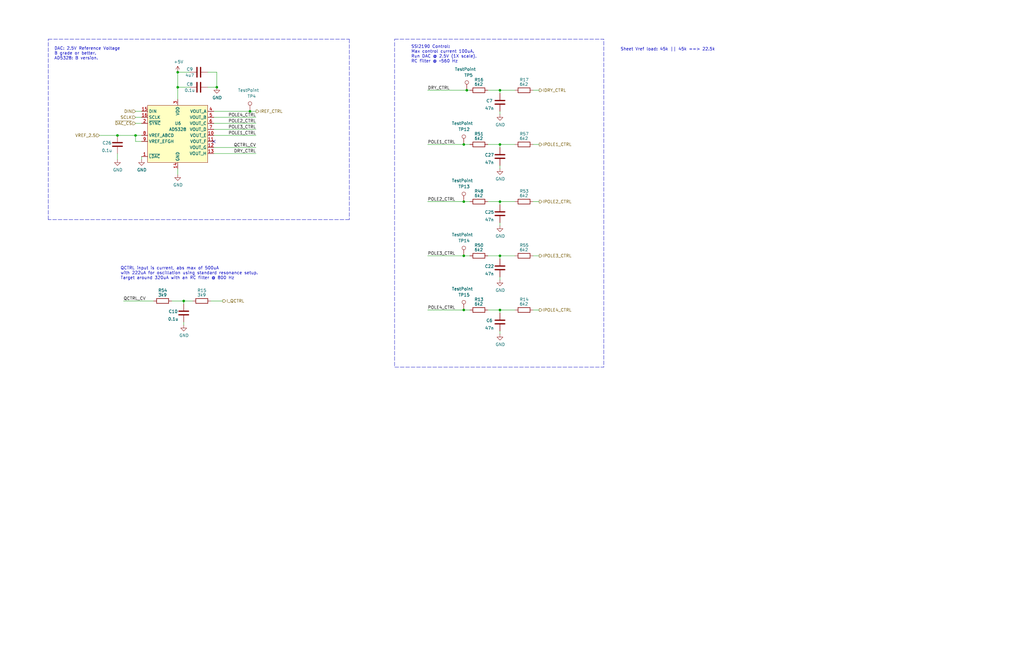
<source format=kicad_sch>
(kicad_sch (version 20230121) (generator eeschema)
  (paper "B")
  (title_block (title "Zoxnoxious Pole Dancer Mixing Filter") (date "2025-11-26") (rev "0.3") (company "Zoxnoxious Engineering"))
  (lib_symbols
    (symbol "Connector:TestPoint" (pin_numbers hide) (pin_names (offset 0.762) hide)
      (property "Reference" "TP" (at 0 6.858 0))
      (property "Value" "TestPoint" (at 0 5.08 0))
      (symbol "TestPoint_0_1"
        (circle (center 0 3.302) (radius 0.762))
      )
      (symbol "TestPoint_1_1"
        (pin passive line (at 0 0 90) (length 2.54) (name "1") (number "1"))
      )
    )
    (symbol "Device:C" (pin_numbers hide) (pin_names (offset 0.254))
      (property "Reference" "C" (at 0.635 2.54 0))
      (property "Value" "C" (at 0.635 -2.54 0))
      (symbol "C_0_1"
        (polyline (pts (xy -2.032 -0.762) (xy 2.032 -0.762)) (stroke (width 0.508)))
        (polyline (pts (xy -2.032 0.762) (xy 2.032 0.762)) (stroke (width 0.508)))
      )
      (symbol "C_1_1"
        (pin passive line (at 0 3.81 270) (length 2.794) (name "~") (number "1"))
        (pin passive line (at 0 -3.81 90) (length 2.794) (name "~") (number "2"))
      )
    )
    (symbol "Device:R" (pin_numbers hide) (pin_names (offset 0))
      (property "Reference" "R" (at 2.032 0 90))
      (property "Value" "R" (at 0 0 90))
      (symbol "R_0_1"
        (rectangle (start -1.016 -2.54) (end 1.016 2.54) (stroke (width 0.254)))
      )
      (symbol "R_1_1"
        (pin passive line (at 0 3.81 270) (length 1.27) (name "~") (number "1"))
        (pin passive line (at 0 -3.81 90) (length 1.27) (name "~") (number "2"))
      )
    )
    (symbol "poledancer_symlib:AD5328"
      (property "Reference" "U" (at 0 -2.54 0))
      (property "Value" "AD5328" (at 0 0 0))
      (symbol "AD5328_0_1"
        (rectangle (start -12.7 10.16) (end 12.7 -13.97) (stroke (width 0.1524)) (fill (type background)))
      )
      (symbol "AD5328_1_1"
        (pin input line (at -15.24 -11.43 0) (length 2.54) (name "~{LDAC}") (number "1"))
        (pin output line (at 15.24 -2.54 180) (length 2.54) (name "VOUT_E") (number "10"))
        (pin output line (at 15.24 -5.08 180) (length 2.54) (name "VOUT_F") (number "11"))
        (pin output line (at 15.24 -7.62 180) (length 2.54) (name "VOUT_G") (number "12"))
        (pin output line (at 15.24 -10.16 180) (length 2.54) (name "VOUT_H") (number "13"))
        (pin power_in line (at 0 -16.51 90) (length 2.54) (name "GND") (number "14"))
        (pin input line (at -15.24 7.62 0) (length 2.54) (name "DIN") (number "15"))
        (pin input line (at -15.24 5.08 0) (length 2.54) (name "SCLK") (number "16"))
        (pin input line (at -15.24 2.54 0) (length 2.54) (name "~{SYNC}") (number "2"))
        (pin power_in line (at 0 12.7 270) (length 2.54) (name "VDD") (number "3"))
        (pin output line (at 15.24 7.62 180) (length 2.54) (name "VOUT_A") (number "4"))
        (pin output line (at 15.24 5.08 180) (length 2.54) (name "VOUT_B") (number "5"))
        (pin output line (at 15.24 2.54 180) (length 2.54) (name "VOUT_C") (number "6"))
        (pin output line (at 15.24 0 180) (length 2.54) (name "VOUT_D") (number "7"))
        (pin input line (at -15.24 -2.54 0) (length 2.54) (name "VREF_ABCD") (number "8"))
        (pin input line (at -15.24 -5.08 0) (length 2.54) (name "VREF_EFGH") (number "9"))
      )
    )
    (symbol "power:+5V" (power) (pin_names (offset 0))
      (property "Value" "+5V" (at 0 3.556 0))
      (symbol "+5V_0_1"
        (polyline (pts (xy -0.762 1.27) (xy 0 2.54)))
        (polyline (pts (xy 0 0) (xy 0 2.54)))
        (polyline (pts (xy 0 2.54) (xy 0.762 1.27)))
      )
      (symbol "+5V_1_1"
        (pin power_in line (at 0 0 90) (length 0) hide (name "+5V") (number "1"))
      )
    )
    (symbol "power:GND" (power) (pin_names (offset 0))
      (property "Value" "GND" (at 0 -3.81 0))
      (symbol "GND_0_1"
        (polyline (pts (xy 0 0) (xy 0 -1.27) (xy 1.27 -1.27) (xy 0 -2.54) (xy -1.27 -1.27) (xy 0 -1.27)))
      )
      (symbol "GND_1_1"
        (pin power_in line (at 0 0 270) (length 0) hide (name "GND") (number "1"))
      )
    )
  )
  (junction (at 195.58 107.95))
  (junction (at 195.58 130.81))
  (junction (at 105.41 46.99))
  (junction (at 74.93 36.83))
  (junction (at 195.58 60.96))
  (junction (at 57.15 57.15))
  (junction (at 49.53 57.15))
  (junction (at 77.47 127))
  (junction (at 210.82 60.96))
  (junction (at 195.58 85.09))
  (junction (at 196.85 38.1))
  (junction (at 210.82 85.09))
  (junction (at 210.82 107.95))
  (junction (at 210.82 130.81))
  (junction (at 74.93 30.48))
  (junction (at 91.44 36.83))
  (junction (at 210.82 38.1))
  (no_connect (at 90.17 59.69))
  (wire (pts (xy 74.93 36.83) (xy 80.01 36.83)))
  (polyline (pts (xy 20.32 16.51) (xy 147.32 16.51)) (stroke (width 0) (type dash)))
  (wire (pts (xy 90.17 54.61) (xy 107.95 54.61)))
  (wire (pts (xy 196.85 38.1) (xy 198.12 38.1)))
  (wire (pts (xy 224.79 107.95) (xy 227.33 107.95)))
  (wire (pts (xy 224.79 85.09) (xy 227.33 85.09)))
  (wire (pts (xy 90.17 49.53) (xy 107.95 49.53)))
  (wire (pts (xy 59.69 66.04) (xy 59.69 67.31)))
  (wire (pts (xy 41.91 57.15) (xy 49.53 57.15)))
  (wire (pts (xy 210.82 107.95) (xy 210.82 109.22)))
  (wire (pts (xy 74.93 30.48) (xy 80.01 30.48)))
  (wire (pts (xy 180.34 130.81) (xy 195.58 130.81)))
  (wire (pts (xy 210.82 38.1) (xy 217.17 38.1)))
  (wire (pts (xy 72.39 127) (xy 77.47 127)))
  (wire (pts (xy 57.15 57.15) (xy 59.69 57.15)))
  (wire (pts (xy 210.82 60.96) (xy 217.17 60.96)))
  (wire (pts (xy 52.07 127) (xy 64.77 127)))
  (wire (pts (xy 77.47 127) (xy 81.28 127)))
  (wire (pts (xy 90.17 57.15) (xy 107.95 57.15)))
  (wire (pts (xy 205.74 107.95) (xy 210.82 107.95)))
  (wire (pts (xy 87.63 36.83) (xy 91.44 36.83)))
  (wire (pts (xy 90.17 62.23) (xy 107.95 62.23)))
  (wire (pts (xy 205.74 130.81) (xy 210.82 130.81)))
  (polyline (pts (xy 20.32 92.71) (xy 20.32 16.51)) (stroke (width 0) (type dash)))
  (wire (pts (xy 224.79 130.81) (xy 227.33 130.81)))
  (wire (pts (xy 224.79 38.1) (xy 227.33 38.1)))
  (wire (pts (xy 57.15 49.53) (xy 59.69 49.53)))
  (wire (pts (xy 210.82 46.99) (xy 210.82 48.26)))
  (wire (pts (xy 210.82 130.81) (xy 210.82 132.08)))
  (wire (pts (xy 88.9 127) (xy 93.98 127)))
  (wire (pts (xy 205.74 85.09) (xy 210.82 85.09)))
  (wire (pts (xy 90.17 46.99) (xy 105.41 46.99)))
  (wire (pts (xy 195.58 107.95) (xy 198.12 107.95)))
  (wire (pts (xy 57.15 59.69) (xy 57.15 57.15)))
  (wire (pts (xy 49.53 64.77) (xy 49.53 67.31)))
  (wire (pts (xy 91.44 30.48) (xy 87.63 30.48)))
  (wire (pts (xy 205.74 60.96) (xy 210.82 60.96)))
  (wire (pts (xy 210.82 69.85) (xy 210.82 71.12)))
  (wire (pts (xy 91.44 36.83) (xy 91.44 30.48)))
  (polyline (pts (xy 147.32 16.51) (xy 147.32 92.71)) (stroke (width 0) (type dash)))
  (wire (pts (xy 57.15 46.99) (xy 59.69 46.99)))
  (wire (pts (xy 210.82 130.81) (xy 217.17 130.81)))
  (wire (pts (xy 77.47 127) (xy 77.47 128.27)))
  (wire (pts (xy 59.69 59.69) (xy 57.15 59.69)))
  (wire (pts (xy 180.34 107.95) (xy 195.58 107.95)))
  (wire (pts (xy 210.82 60.96) (xy 210.82 62.23)))
  (wire (pts (xy 74.93 36.83) (xy 74.93 30.48)))
  (wire (pts (xy 210.82 139.7) (xy 210.82 140.97)))
  (wire (pts (xy 105.41 46.99) (xy 107.95 46.99)))
  (wire (pts (xy 195.58 130.81) (xy 198.12 130.81)))
  (wire (pts (xy 195.58 60.96) (xy 198.12 60.96)))
  (wire (pts (xy 90.17 52.07) (xy 107.95 52.07)))
  (wire (pts (xy 57.15 52.07) (xy 59.69 52.07)))
  (wire (pts (xy 224.79 60.96) (xy 227.33 60.96)))
  (wire (pts (xy 210.82 85.09) (xy 217.17 85.09)))
  (wire (pts (xy 210.82 107.95) (xy 217.17 107.95)))
  (wire (pts (xy 90.17 64.77) (xy 107.95 64.77)))
  (wire (pts (xy 49.53 57.15) (xy 57.15 57.15)))
  (polyline (pts (xy 147.32 92.71) (xy 20.32 92.71)) (stroke (width 0) (type dash)))
  (wire (pts (xy 180.34 85.09) (xy 195.58 85.09)))
  (wire (pts (xy 205.74 38.1) (xy 210.82 38.1)))
  (wire (pts (xy 210.82 93.98) (xy 210.82 95.25)))
  (wire (pts (xy 77.47 135.89) (xy 77.47 137.16)))
  (wire (pts (xy 180.34 60.96) (xy 195.58 60.96)))
  (wire (pts (xy 195.58 85.09) (xy 198.12 85.09)))
  (wire (pts (xy 180.34 38.1) (xy 196.85 38.1)))
  (wire (pts (xy 210.82 85.09) (xy 210.82 86.36)))
  (wire (pts (xy 74.93 71.12) (xy 74.93 73.66)))
  (wire (pts (xy 74.93 36.83) (xy 74.93 41.91)))
  (wire (pts (xy 210.82 116.84) (xy 210.82 118.11)))
  (wire (pts (xy 210.82 38.1) (xy 210.82 39.37)))
  (rectangle (start 166.37 16.51) (end 254.635 154.94) (stroke (width 0) (type dash)))
  (text "QCTRL input is current, abs max of 500uA\nwith 222uA for oscillation using standard resonance setup.\nTarget around 320uA with an RC filter @ 800 Hz" (at 50.8 118.11 0) (effects (font (size 1.27 1.27)) (justify left bottom)))
  (text "SSI2190 Control:\nMax control current 100uA.\nRun DAC @ 2.5V (1X scale).\nRC filter @ ~560 Hz" (at 173.355 26.67 0) (effects (font (size 1.27 1.27)) (justify left bottom)))
  (text "Sheet Vref load: 45k || 45k ==> 22.5k" (at 261.62 21.59 0) (effects (font (size 1.27 1.27)) (justify left bottom)))
  (text "DAC: 2.5V Reference Voltage\nB grade or better.\nAD5328: B version." (at 22.86 25.4 0) (effects (font (size 1.27 1.27)) (justify left bottom)))
  (label "QCTRL_CV" (at 52.07 127 0))
  (label "DRY_CTRL" (at 180.34 38.1 0))
  (label "POLE2_CTRL" (at 180.34 85.09 0))
  (label "POLE4_CTRL" (at 180.34 130.81 0))
  (label "QCTRL_CV" (at 107.95 62.23 180))
  (label "POLE4_CTRL" (at 107.95 49.53 180))
  (label "POLE3_CTRL" (at 107.95 54.61 180))
  (label "DRY_CTRL" (at 107.95 64.77 180))
  (label "POLE3_CTRL" (at 180.34 107.95 0))
  (label "POLE1_CTRL" (at 180.34 60.96 0))
  (label "POLE2_CTRL" (at 107.95 52.07 180))
  (label "POLE1_CTRL" (at 107.95 57.15 180))
  (hierarchical_label "IPOLE1_CTRL" (shape output) (at 227.33 60.96 0))
  (hierarchical_label "IPOLE2_CTRL" (shape output) (at 227.33 85.09 0))
  (hierarchical_label "~{DAC_CS}" (shape input) (at 57.15 52.07 180))
  (hierarchical_label "DIN" (shape input) (at 57.15 46.99 180))
  (hierarchical_label "I_QCTRL" (shape output) (at 93.98 127 0))
  (hierarchical_label "IREF_CTRL" (shape output) (at 107.95 46.99 0))
  (hierarchical_label "IPOLE3_CTRL" (shape output) (at 227.33 107.95 0))
  (hierarchical_label "IPOLE4_CTRL" (shape output) (at 227.33 130.81 0))
  (hierarchical_label "SCLK" (shape input) (at 57.15 49.53 180))
  (hierarchical_label "VREF_2.5" (shape input) (at 41.91 57.15 180))
  (hierarchical_label "IDRY_CTRL" (shape output) (at 227.33 38.1 0))
  (symbol (lib_id "Device:R") (at 220.98 130.81 270) (unit 1)
    (property "Reference" "R14" (at 219.075 126.365 90) (effects (justify left)))
    (property "Value" "6k2" (at 219.075 128.27 90) (effects (justify left)))
    (property "Footprint" "Resistor_SMD:R_0603_1608Metric" (effects hide))
    (property "LCSC" "C4260" (effects hide))
  )
  (symbol (lib_id "Connector:TestPoint") (at 196.85 38.1 0) (unit 1)
    (property "Reference" "TP5" (at 199.39 31.75 0) (effects (justify right)))
    (property "Value" "TestPoint" (at 200.66 29.21 0) (effects (justify right)))
    (property "Footprint" "TestPoint:TestPoint_Pad_2.0x2.0mm" (effects hide))
  )
  (symbol (lib_id "power:GND") (at 74.93 73.66 0) (unit 1)
    (property "Reference" "#PWR046" (effects hide))
    (property "Value" "GND" (at 75.057 78.0542 0))
  )
  (symbol (lib_id "Device:R") (at 220.98 107.95 270) (unit 1)
    (property "Reference" "R55" (at 219.075 103.505 90) (effects (justify left)))
    (property "Value" "6k2" (at 219.075 105.41 90) (effects (justify left)))
    (property "Footprint" "Resistor_SMD:R_0603_1608Metric" (effects hide))
    (property "LCSC" "C4260" (effects hide))
  )
  (symbol (lib_id "poledancer_symlib:AD5328") (at 74.93 54.61 0) (unit 1)
    (property "Reference" "U6" (at 73.66 52.07 0) (effects (justify left)))
    (property "Value" "AD5328" (at 74.93 54.61 0))
    (property "Footprint" "Package_SO:TSSOP-16_4.4x5mm_P0.65mm" (effects hide))
    (property "Datasheet" "https://www.analog.com/en/products/ad5308.html" (effects hide))
    (property "LCSC" "C29162" (effects hide))
  )
  (symbol (lib_id "Device:R") (at 220.98 85.09 270) (unit 1)
    (property "Reference" "R53" (at 219.075 80.645 90) (effects (justify left)))
    (property "Value" "6k2" (at 219.075 82.55 90) (effects (justify left)))
    (property "Footprint" "Resistor_SMD:R_0603_1608Metric" (effects hide))
    (property "LCSC" "C4260" (effects hide))
  )
  (symbol (lib_id "power:GND") (at 210.82 71.12 0) (unit 1)
    (property "Reference" "#PWR049" (effects hide))
    (property "Value" "GND" (at 210.947 75.5142 0))
  )
  (symbol (lib_id "Device:C") (at 83.82 30.48 90) (unit 1)
    (property "Reference" "C9" (at 80.01 29.21 90))
    (property "Value" "4u7" (at 80.01 31.75 90))
    (property "Footprint" "Capacitor_SMD:C_0603_1608Metric" (effects hide))
    (property "LCSC" "C19666" (effects hide))
  )
  (symbol (lib_id "power:+5V") (at 74.93 30.48 0) (unit 1)
    (property "Reference" "#PWR045" (effects hide))
    (property "Value" "+5V" (at 75.311 26.0858 0))
  )
  (symbol (lib_id "Device:R") (at 201.93 38.1 270) (unit 1)
    (property "Reference" "R16" (at 200.025 33.655 90) (effects (justify left)))
    (property "Value" "6k2" (at 200.025 35.56 90) (effects (justify left)))
    (property "Footprint" "Resistor_SMD:R_0603_1608Metric" (effects hide))
    (property "LCSC" "C4260" (effects hide))
  )
  (symbol (lib_id "Device:C") (at 77.47 132.08 0) (unit 1)
    (property "Reference" "C10" (at 73.025 131.445 0))
    (property "Value" "0.1u" (at 73.025 134.62 0))
    (property "Footprint" "Capacitor_SMD:C_0603_1608Metric" (effects hide))
    (property "LCSC" "C14663" (effects hide))
  )
  (symbol (lib_id "Device:C") (at 210.82 135.89 0) (unit 1)
    (property "Reference" "C6" (at 206.375 135.255 0))
    (property "Value" "47n" (at 206.375 138.43 0))
    (property "Footprint" "Capacitor_SMD:C_0603_1608Metric" (effects hide))
    (property "LCSC" "C1622" (effects hide))
  )
  (symbol (lib_id "power:GND") (at 91.44 36.83 0) (unit 1)
    (property "Reference" "#PWR047" (effects hide))
    (property "Value" "GND" (at 91.567 41.2242 0))
  )
  (symbol (lib_id "Connector:TestPoint") (at 105.41 46.99 0) (unit 1)
    (property "Reference" "TP4" (at 107.95 40.64 0) (effects (justify right)))
    (property "Value" "TestPoint" (at 109.22 38.1 0) (effects (justify right)))
    (property "Footprint" "TestPoint:TestPoint_Pad_2.0x2.0mm" (effects hide))
  )
  (symbol (lib_id "power:GND") (at 210.82 48.26 0) (unit 1)
    (property "Reference" "#PWR048" (effects hide))
    (property "Value" "GND" (at 210.947 52.6542 0))
  )
  (symbol (lib_id "Connector:TestPoint") (at 195.58 130.81 0) (unit 1)
    (property "Reference" "TP15" (at 198.12 124.46 0) (effects (justify right)))
    (property "Value" "TestPoint" (at 199.39 121.92 0) (effects (justify right)))
    (property "Footprint" "TestPoint:TestPoint_Pad_2.0x2.0mm" (effects hide))
  )
  (symbol (lib_id "Device:R") (at 220.98 60.96 270) (unit 1)
    (property "Reference" "R57" (at 219.075 56.515 90) (effects (justify left)))
    (property "Value" "6k2" (at 219.075 58.42 90) (effects (justify left)))
    (property "Footprint" "Resistor_SMD:R_0603_1608Metric" (effects hide))
    (property "LCSC" "C4260" (effects hide))
  )
  (symbol (lib_id "Device:C") (at 210.82 90.17 0) (unit 1)
    (property "Reference" "C25" (at 206.375 89.535 0))
    (property "Value" "47n" (at 206.375 92.71 0))
    (property "Footprint" "Capacitor_SMD:C_0603_1608Metric" (effects hide))
    (property "LCSC" "C1622" (effects hide))
  )
  (symbol (lib_id "power:GND") (at 49.53 67.31 0) (unit 1)
    (property "Reference" "#PWR0101" (effects hide))
    (property "Value" "GND" (at 49.657 71.7042 0))
  )
  (symbol (lib_id "Device:C") (at 49.53 60.96 0) (unit 1)
    (property "Reference" "C26" (at 45.085 60.325 0))
    (property "Value" "0.1u" (at 45.085 63.5 0))
    (property "Footprint" "Capacitor_SMD:C_0603_1608Metric" (effects hide))
    (property "LCSC" "C14663" (effects hide))
  )
  (symbol (lib_id "Device:R") (at 201.93 60.96 270) (unit 1)
    (property "Reference" "R51" (at 200.025 56.515 90) (effects (justify left)))
    (property "Value" "6k2" (at 200.025 58.42 90) (effects (justify left)))
    (property "Footprint" "Resistor_SMD:R_0603_1608Metric" (effects hide))
    (property "LCSC" "C4260" (effects hide))
  )
  (symbol (lib_id "power:GND") (at 210.82 95.25 0) (unit 1)
    (property "Reference" "#PWR050" (effects hide))
    (property "Value" "GND" (at 210.947 99.6442 0))
  )
  (symbol (lib_id "Device:R") (at 201.93 107.95 270) (unit 1)
    (property "Reference" "R50" (at 200.025 103.505 90) (effects (justify left)))
    (property "Value" "6k2" (at 200.025 105.41 90) (effects (justify left)))
    (property "Footprint" "Resistor_SMD:R_0603_1608Metric" (effects hide))
    (property "LCSC" "C4260" (effects hide))
  )
  (symbol (lib_id "Connector:TestPoint") (at 195.58 85.09 0) (unit 1)
    (property "Reference" "TP13" (at 198.12 78.74 0) (effects (justify right)))
    (property "Value" "TestPoint" (at 199.39 76.2 0) (effects (justify right)))
    (property "Footprint" "TestPoint:TestPoint_Pad_2.0x2.0mm" (effects hide))
  )
  (symbol (lib_id "Connector:TestPoint") (at 195.58 107.95 0) (unit 1)
    (property "Reference" "TP14" (at 198.12 101.6 0) (effects (justify right)))
    (property "Value" "TestPoint" (at 199.39 99.06 0) (effects (justify right)))
    (property "Footprint" "TestPoint:TestPoint_Pad_2.0x2.0mm" (effects hide))
  )
  (symbol (lib_id "Device:R") (at 85.09 127 270) (unit 1)
    (property "Reference" "R15" (at 83.185 122.555 90) (effects (justify left)))
    (property "Value" "3k9" (at 83.185 124.46 90) (effects (justify left)))
    (property "Footprint" "Resistor_SMD:R_0603_1608Metric" (effects hide))
    (property "LCSC" "C23018" (effects hide))
  )
  (symbol (lib_id "Device:C") (at 210.82 43.18 0) (unit 1)
    (property "Reference" "C7" (at 206.375 42.545 0))
    (property "Value" "47n" (at 206.375 45.72 0))
    (property "Footprint" "Capacitor_SMD:C_0603_1608Metric" (effects hide))
    (property "LCSC" "C1622" (effects hide))
  )
  (symbol (lib_id "power:GND") (at 210.82 140.97 0) (unit 1)
    (property "Reference" "#PWR052" (effects hide))
    (property "Value" "GND" (at 210.947 145.3642 0))
  )
  (symbol (lib_id "Device:R") (at 220.98 38.1 270) (unit 1)
    (property "Reference" "R17" (at 219.075 33.655 90) (effects (justify left)))
    (property "Value" "6k2" (at 219.075 35.56 90) (effects (justify left)))
    (property "Footprint" "Resistor_SMD:R_0603_1608Metric" (effects hide))
    (property "LCSC" "C4260" (effects hide))
  )
  (symbol (lib_id "Device:R") (at 68.58 127 270) (unit 1)
    (property "Reference" "R54" (at 66.675 122.555 90) (effects (justify left)))
    (property "Value" "3k9" (at 66.675 124.46 90) (effects (justify left)))
    (property "Footprint" "Resistor_SMD:R_0603_1608Metric" (effects hide))
    (property "LCSC" "C23018" (effects hide))
  )
  (symbol (lib_id "Device:R") (at 201.93 85.09 270) (unit 1)
    (property "Reference" "R48" (at 200.025 80.645 90) (effects (justify left)))
    (property "Value" "6k2" (at 200.025 82.55 90) (effects (justify left)))
    (property "Footprint" "Resistor_SMD:R_0603_1608Metric" (effects hide))
    (property "LCSC" "C4260" (effects hide))
  )
  (symbol (lib_id "power:GND") (at 77.47 137.16 0) (unit 1)
    (property "Reference" "#PWR031" (effects hide))
    (property "Value" "GND" (at 77.597 141.5542 0))
  )
  (symbol (lib_id "Device:C") (at 83.82 36.83 90) (unit 1)
    (property "Reference" "C8" (at 80.01 35.56 90))
    (property "Value" "0.1u" (at 80.01 38.1 90))
    (property "Footprint" "Capacitor_SMD:C_0603_1608Metric" (effects hide))
    (property "LCSC" "C14663" (effects hide))
  )
  (symbol (lib_id "Connector:TestPoint") (at 195.58 60.96 0) (unit 1)
    (property "Reference" "TP12" (at 198.12 54.61 0) (effects (justify right)))
    (property "Value" "TestPoint" (at 199.39 52.07 0) (effects (justify right)))
    (property "Footprint" "TestPoint:TestPoint_Pad_2.0x2.0mm" (effects hide))
  )
  (symbol (lib_id "power:GND") (at 59.69 67.31 0) (unit 1)
    (property "Reference" "#PWR044" (effects hide))
    (property "Value" "GND" (at 59.817 71.7042 0))
  )
  (symbol (lib_id "Device:C") (at 210.82 66.04 0) (unit 1)
    (property "Reference" "C27" (at 206.375 65.405 0))
    (property "Value" "47n" (at 206.375 68.58 0))
    (property "Footprint" "Capacitor_SMD:C_0603_1608Metric" (effects hide))
    (property "LCSC" "C1622" (effects hide))
  )
  (symbol (lib_id "Device:C") (at 210.82 113.03 0) (unit 1)
    (property "Reference" "C22" (at 206.375 112.395 0))
    (property "Value" "47n" (at 206.375 115.57 0))
    (property "Footprint" "Capacitor_SMD:C_0603_1608Metric" (effects hide))
    (property "LCSC" "C1622" (effects hide))
  )
  (symbol (lib_id "power:GND") (at 210.82 118.11 0) (unit 1)
    (property "Reference" "#PWR051" (effects hide))
    (property "Value" "GND" (at 210.947 122.5042 0))
  )
  (symbol (lib_id "Device:R") (at 201.93 130.81 270) (unit 1)
    (property "Reference" "R13" (at 200.025 126.365 90) (effects (justify left)))
    (property "Value" "6k2" (at 200.025 128.27 90) (effects (justify left)))
    (property "Footprint" "Resistor_SMD:R_0603_1608Metric" (effects hide))
    (property "LCSC" "C4260" (effects hide))
  )
)
</source>
